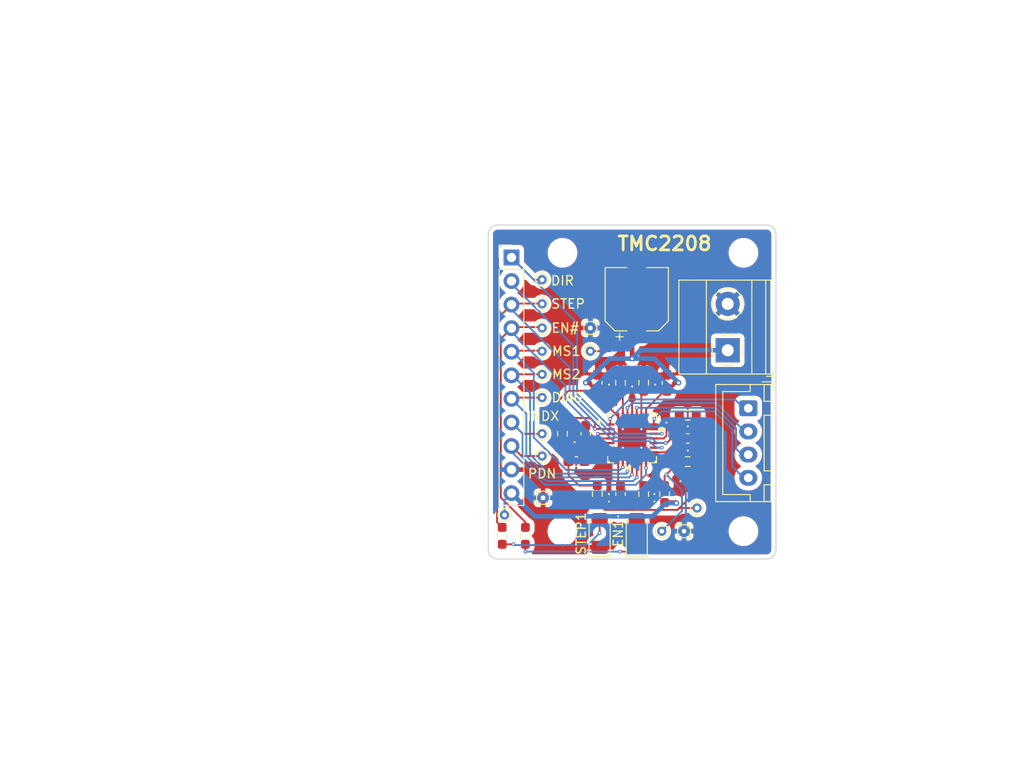
<source format=kicad_pcb>
(kicad_pcb (version 20211014) (generator pcbnew)
  (layers (0 "F.Cu" signal) (31 "B.Cu" signal) (34 "B.Paste" user) (35 "F.Paste" user) (36 "B.SilkS" user "B.Silkscreen") (37 "F.SilkS" user "F.Silkscreen") (38 "B.Mask" user) (39 "F.Mask" user) (44 "Edge.Cuts" user))
  (net 0 "")
  (net 1 "GND")
  (net 2 "+3V3")
  (net 3 "/VCC_IO")
  (net 4 "+5V")
  (net 5 "/CPI")
  (net 6 "/CPO")
  (net 7 "/VCP")
  (net 8 "/VS")
  (net 9 "/EN#")
  (net 10 "/DIR")
  (net 11 "/MS1")
  (net 12 "/MS2")
  (net 13 "/STEP")
  (net 14 "/DIAG")
  (net 15 "/INDEX")
  (net 16 "/PDN_UART")
  (net 17 "/OA1")
  (net 18 "/OA2")
  (net 19 "/OB1")
  (net 20 "/OB2")
  (net 21 "/BRB")
  (net 22 "/BRA")
  (net 23 "/VREF")
  (net 24 "/CLK")
  (net 25 "Net-(STEP1-Pad2)")
  (net 26 "Net-(EN1-Pad1)")
  (footprint "TestPoint:TestPoint_THTPad_D1.0mm_Drill0.5mm" (layer "F.Cu") (at 147.3 43.9)
    (fp_text reference "TP2" hide)
    (fp_text value "DIR" (at 2.2 0.1) (layer "F.SilkS"))
    (pad "1" thru_hole circle (at 0 0) (size 1 1) (drill 0.5) (layers *.Cu *.Mask) (net 10 "/DIR"))
  )
  (footprint "TestPoint:TestPoint_THTPad_1.0x1.0mm_Drill0.5mm" (layer "F.Cu") (at 152.5 49.1)
    (fp_text reference "TP20" hide)
    (fp_text value "TestPoint")
    (pad "1" thru_hole rect (at 0 0) (size 1 1) (drill 0.5) (layers *.Cu *.Mask) (net 1 "GND"))
  )
  (footprint "MountingHole:MountingHole_2.2mm_M2" (layer "F.Cu") (at 149.5 71)
    (fp_text reference "H2" hide)
    (fp_text value "MountingHole")
    (pad "" np_thru_hole circle (at 0 0) (size 2.2 2.2) (drill 2.2) (layers *.Cu *.Mask))
  )
  (footprint "Capacitor_SMD:C_0603_1608Metric_Pad1.08x0.95mm_HandSolder" (layer "F.Cu") (at 163 61)
    (fp_text reference "C4" hide)
    (fp_text value "100n")
    (pad "1" smd roundrect (at -0.8625 0) (size 1.075 0.95) (layers "F.Cu" "F.Paste" "F.Mask") (net 3 "/VCC_IO"))
    (pad "2" smd roundrect (at 0.8625 0) (size 1.075 0.95) (layers "F.Cu" "F.Paste" "F.Mask") (net 1 "GND"))
  )
  (footprint "TestPoint:TestPoint_THTPad_D1.0mm_Drill0.5mm" (layer "F.Cu") (at 164 68.5)
    (fp_text reference "TP15" hide)
    (fp_text value "TestPoint")
    (pad "1" thru_hole circle (at 0 0) (size 1 1) (drill 0.5) (layers *.Cu *.Mask) (net 4 "+5V"))
  )
  (footprint "TestPoint:TestPoint_THTPad_D1.0mm_Drill0.5mm" (layer "F.Cu") (at 147.3 54.1)
    (fp_text reference "TP4" hide)
    (fp_text value "MS2" (at 2.6 0) (layer "F.SilkS"))
    (pad "1" thru_hole circle (at 0 0) (size 1 1) (drill 0.5) (layers *.Cu *.Mask) (net 12 "/MS2"))
  )
  (footprint "Connector_JST:JST_XH_B4B-XH-A_1x04_P2.50mm_Vertical" (layer "F.Cu") (at 169.525 57.75 -90)
    (fp_text reference "J3" hide)
    (fp_text value "Conn_01x04")
    (pad "1" thru_hole roundrect (at 0 0 270) (size 1.7 1.95) (drill 0.95) (layers *.Cu *.Mask) (roundrect_rratio 0.1470588235) (net 20 "/OB2"))
    (pad "2" thru_hole oval (at 2.5 0 270) (size 1.7 1.95) (drill 0.95) (layers *.Cu *.Mask) (net 19 "/OB1"))
    (pad "3" thru_hole oval (at 5 0 270) (size 1.7 1.95) (drill 0.95) (layers *.Cu *.Mask) (net 17 "/OA1"))
    (pad "4" thru_hole oval (at 7.5 0 270) (size 1.7 1.95) (drill 0.95) (layers *.Cu *.Mask) (net 18 "/OA2"))
  )
  (footprint "TestPoint:TestPoint_THTPad_D1.0mm_Drill0.5mm" (layer "F.Cu") (at 147.3 56.6)
    (fp_text reference "TP6" hide)
    (fp_text value "DIAG" (at 2.7 0) (layer "F.SilkS"))
    (pad "1" thru_hole circle (at 0 0) (size 1 1) (drill 0.5) (layers *.Cu *.Mask) (net 14 "/DIAG"))
  )
  (footprint "TestPoint:TestPoint_THTPad_1.0x1.0mm_Drill0.5mm" (layer "F.Cu") (at 162.6 71)
    (fp_text reference "TP19" hide)
    (fp_text value "TestPoint")
    (pad "1" thru_hole rect (at 0 0) (size 1 1) (drill 0.5) (layers *.Cu *.Mask) (net 1 "GND"))
  )
  (footprint "Resistor_SMD:R_0603_1608Metric_Pad0.98x0.95mm_HandSolder" (layer "F.Cu") (at 160.5 67 -90)
    (fp_text reference "R6" hide)
    (fp_text value "0")
    (pad "1" smd roundrect (at -0.9125 0 270) (size 0.975 0.95) (layers "F.Cu" "F.Paste" "F.Mask") (net 3 "/VCC_IO"))
    (pad "2" smd roundrect (at 0.9125 0 270) (size 0.975 0.95) (layers "F.Cu" "F.Paste" "F.Mask") (net 2 "+3V3"))
  )
  (footprint "Capacitor_SMD:C_0603_1608Metric_Pad1.08x0.95mm_HandSolder" (layer "F.Cu") (at 155.75 67 -90)
    (fp_text reference "C1" hide)
    (fp_text value "2.2u")
    (pad "1" smd roundrect (at -0.8625 0 270) (size 1.075 0.95) (layers "F.Cu" "F.Paste" "F.Mask") (net 4 "+5V"))
    (pad "2" smd roundrect (at 0.8625 0 270) (size 1.075 0.95) (layers "F.Cu" "F.Paste" "F.Mask") (net 1 "GND"))
  )
  (footprint "LED_SMD:LED_1206_3216Metric_Pad1.42x1.75mm_HandSolder" (layer "F.Cu") (at 153.5 71.25 90)
    (fp_text reference "STEP1" (at 0 -2 90) (layer "F.SilkS"))
    (fp_text value "GREEN")
    (pad "1" smd roundrect (at -1.4875 0 90) (size 1.425 1.75) (layers "F.Cu" "F.Paste" "F.Mask") (roundrect_rratio 0.1754392982) (net 1 "GND"))
    (pad "2" smd roundrect (at 1.4875 0 90) (size 1.425 1.75) (layers "F.Cu" "F.Paste" "F.Mask") (roundrect_rratio 0.1754392982) (net 25 "Net-(STEP1-Pad2)"))
  )
  (footprint "MountingHole:MountingHole_2.2mm_M2" (layer "F.Cu") (at 149.5 41)
    (fp_text reference "H1" hide)
    (fp_text value "MountingHole")
    (pad "" np_thru_hole circle (at 0 0) (size 2.2 2.2) (drill 2.2) (layers *.Cu *.Mask))
  )
  (footprint "TestPoint:TestPoint_THTPad_D1.0mm_Drill0.5mm" (layer "F.Cu") (at 147.3 49.1)
    (fp_text reference "TP1" hide)
    (fp_text value "EN#" (at 2.5 0) (layer "F.SilkS"))
    (pad "1" thru_hole circle (at 0 0) (size 1 1) (drill 0.5) (layers *.Cu *.Mask) (net 9 "/EN#"))
  )
  (footprint "TMC2208-LA:TMC2208-LA" (layer "F.Cu") (at 157 61)
    (fp_text reference "U1")
    (fp_text value "TMC2208-LA" hide)
    (fp_text user "*" (at -3.5893 -1.5) (layer "F.SilkS"))
    (pad "1" smd rect (at -2.3471 -1.5 90) (size 0.2548 0.909599) (layers "F.Cu" "F.Paste" "F.Mask") (net 20 "/OB2"))
    (pad "2" smd rect (at -2.3471 -1.000001 90) (size 0.2548 0.909599) (layers "F.Cu" "F.Paste" "F.Mask") (net 9 "/EN#"))
    (pad "3" smd rect (at -2.3471 -0.499999 90) (size 0.2548 0.909599) (layers "F.Cu" "F.Paste" "F.Mask") (net 1 "GND"))
    (pad "4" smd rect (at -2.3471 0 90) (size 0.2548 0.909599) (layers "F.Cu" "F.Paste" "F.Mask") (net 6 "/CPO"))
    (pad "5" smd rect (at -2.3471 0.499999 90) (size 0.2548 0.909599) (layers "F.Cu" "F.Paste" "F.Mask") (net 5 "/CPI"))
    (pad "6" smd rect (at -2.3471 1.000001 90) (size 0.2548 0.909599) (layers "F.Cu" "F.Paste" "F.Mask") (net 7 "/VCP"))
    (pad "7" smd rect (at -2.3471 1.5 90) (size 0.2548 0.909599) (layers "F.Cu" "F.Paste" "F.Mask") (net 1 "GND"))
    (pad "8" smd rect (at -1.5 2.3471) (size 0.2548 0.909599) (layers "F.Cu" "F.Paste" "F.Mask") (net 4 "+5V"))
    (pad "9" smd rect (at -1.000001 2.3471) (size 0.2548 0.909599) (layers "F.Cu" "F.Paste" "F.Mask") (net 11 "/MS1"))
    (pad "10" smd rect (at -0.499999 2.3471) (size 0.2548 0.909599) (layers "F.Cu" "F.Paste" "F.Mask") (net 12 "/MS2"))
    (pad "11" smd rect (at 0 2.3471) (size 0.2548 0.909599) (layers "F.Cu" "F.Paste" "F.Mask") (net 14 "/DIAG"))
    (pad "12" smd rect (at 0.499999 2.3471) (size 0.2548 0.909599) (layers "F.Cu" "F.Paste" "F.Mask") (net 15 "/INDEX"))
    (pad "13" smd rect (at 1.000001 2.3471) (size 0.2548 0.909599) (layers "F.Cu" "F.Paste" "F.Mask") (net 24 "/CLK"))
    (pad "14" smd rect (at 1.5 2.3471) (size 0.2548 0.909599) (layers "F.Cu" "F.Paste" "F.Mask") (net 16 "/PDN_UART"))
    (pad "15" smd rect (at 2.3471 1.5 90) (size 0.2548 0.909599) (layers "F.Cu" "F.Paste" "F.Mask") (net 3 "/VCC_IO"))
    (pad "16" smd rect (at 2.3471 1.000001 90) (size 0.2548 0.909599) (layers "F.Cu" "F.Paste" "F.Mask") (net 13 "/STEP"))
    (pad "17" smd rect (at 2.3471 0.499999 90) (size 0.2548 0.909599) (layers "F.Cu" "F.Paste" "F.Mask") (net 23 "/VREF"))
    (pad "18" smd rect (at 2.3471 0 90) (size 0.2548 0.909599) (layers "F.Cu" "F.Paste" "F.Mask") (net 1 "GND"))
    (pad "19" smd rect (at 2.3471 -0.499999 90) (size 0.2548 0.909599) (layers "F.Cu" "F.Paste" "F.Mask") (net 10 "/DIR"))
    (pad "20" smd rect (at 2.3471 -1.000001 90) (size 0.2548 0.909599) (layers "F.Cu" "F.Paste" "F.Mask") (net 1 "GND"))
    (pad "21" smd rect (at 2.3471 -1.5 90) (size 0.2548 0.909599) (layers "F.Cu" "F.Paste" "F.Mask") (net 18 "/OA2"))
    (pad "22" smd rect (at 1.5 -2.3471) (size 0.2548 0.909599) (layers "F.Cu" "F.Paste" "F.Mask") (net 8 "/VS"))
    (pad "23" smd rect (at 1.000001 -2.3471) (size 0.2548 0.909599) (layers "F.Cu" "F.Paste" "F.Mask") (net 22 "/BRA"))
    (pad "24" smd rect (at 0.499999 -2.3471) (size 0.2548 0.909599) (layers "F.Cu" "F.Paste" "F.Mask") (net 17 "/OA1"))
    (pad "25" smd rect (at 0 -2.3471) (size 0.2548 0.909599) (layers "F.Cu" "F.Paste" "F.Mask") (net 1 "GND"))
    (pad "26" smd rect (at -0.499999 -2.3471) (size 0.2548 0.909599) (layers "F.Cu" "F.Paste" "F.Mask") (net 19 "/OB1"))
    (pad "27" smd rect (at -1.000001 -2.3471) (size 0.2548 0.909599) (layers "F.Cu" "F.Paste" "F.Mask") (net 21 "/BRB"))
    (pad "28" smd rect (at -1.5 -2.3471) (size 0.2548 0.909599) (layers "F.Cu" "F.Paste" "F.Mask") (net 8 "/VS"))
    (pad "29" smd rect (at 0 0) (size 3.0988 3.0988) (layers "F.Cu" "F.Paste" "F.Mask") (net 1 "GND"))
  )
  (footprint "Resistor_SMD:R_0603_1608Metric_Pad0.98x0.95mm_HandSolder" (layer "F.Cu") (at 158.25 55 -90)
    (fp_text reference "R3" hide)
    (fp_text value "0.75")
    (pad "1" smd roundrect (at -0.9125 0 270) (size 0.975 0.95) (layers "F.Cu" "F.Paste" "F.Mask") (net 1 "GND"))
    (pad "2" smd roundrect (at 0.9125 0 270) (size 0.975 0.95) (layers "F.Cu" "F.Paste" "F.Mask") (net 22 "/BRA"))
  )
  (footprint "Resistor_SMD:R_0603_1608Metric_Pad0.98x0.95mm_HandSolder" (layer "F.Cu") (at 153.25 67 -90)
    (fp_text reference "R8" hide)
    (fp_text value "0")
    (pad "1" smd roundrect (at -0.9125 0 270) (size 0.975 0.95) (layers "F.Cu" "F.Paste" "F.Mask") (net 8 "/VS"))
    (pad "2" smd roundrect (at 0.9125 0 270) (size 0.975 0.95) (layers "F.Cu" "F.Paste" "F.Mask") (net 4 "+5V"))
  )
  (footprint "Capacitor_SMD:C_0603_1608Metric_Pad1.08x0.95mm_HandSolder" (layer "F.Cu") (at 153.25 55 90)
    (fp_text reference "C5" hide)
    (fp_text value "100n")
    (pad "1" smd roundrect (at -0.8625 0 90) (size 1.075 0.95) (layers "F.Cu" "F.Paste" "F.Mask") (net 8 "/VS"))
    (pad "2" smd roundrect (at 0.8625 0 90) (size 1.075 0.95) (layers "F.Cu" "F.Paste" "F.Mask") (net 1 "GND"))
  )
  (footprint "LED_SMD:LED_1206_3216Metric_Pad1.42x1.75mm_HandSolder" (layer "F.Cu") (at 157.5 71.25 90)
    (fp_text reference "EN1" (at 0 -2 90) (layer "F.SilkS"))
    (fp_text value "RED")
    (pad "1" smd roundrect (at -1.4875 0 90) (size 1.425 1.75) (layers "F.Cu" "F.Paste" "F.Mask") (roundrect_rratio 0.1754392982) (net 26 "Net-(EN1-Pad1)"))
    (pad "2" smd roundrect (at 1.4875 0 90) (size 1.425 1.75) (layers "F.Cu" "F.Paste" "F.Mask") (roundrect_rratio 0.1754392982) (net 2 "+3V3"))
  )
  (footprint "Connector_PinHeader_2.54mm:PinHeader_1x11_P2.54mm_Vertical" (layer "F.Cu") (at 144 41.5)
    (fp_text reference "J1" hide)
    (fp_text value "Conn_01x11")
    (pad "1" thru_hole rect (at 0 0) (size 1.7 1.7) (drill 1) (layers *.Cu *.Mask) (net 10 "/DIR"))
    (pad "2" thru_hole oval (at 0 2.54) (size 1.7 1.7) (drill 1) (layers *.Cu *.Mask) (net 23 "/VREF"))
    (pad "3" thru_hole oval (at 0 5.08) (size 1.7 1.7) (drill 1) (layers *.Cu *.Mask) (net 13 "/STEP"))
    (pad "4" thru_hole oval (at 0 7.62) (size 1.7 1.7) (drill 1) (layers *.Cu *.Mask) (net 9 "/EN#"))
    (pad "5" thru_hole oval (at 0 10.16) (size 1.7 1.7) (drill 1) (layers *.Cu *.Mask) (net 11 "/MS1"))
    (pad "6" thru_hole oval (at 0 12.7) (size 1.7 1.7) (drill 1) (layers *.Cu *.Mask) (net 12 "/MS2"))
    (pad "7" thru_hole oval (at 0 15.24) (size 1.7 1.7) (drill 1) (layers *.Cu *.Mask) (net 14 "/DIAG"))
    (pad "8" thru_hole oval (at 0 17.78) (size 1.7 1.7) (drill 1) (layers *.Cu *.Mask) (net 15 "/INDEX"))
    (pad "9" thru_hole oval (at 0 20.32) (size 1.7 1.7) (drill 1) (layers *.Cu *.Mask) (net 16 "/PDN_UART"))
    (pad "10" thru_hole oval (at 0 22.86) (size 1.7 1.7) (drill 1) (layers *.Cu *.Mask) (net 1 "GND"))
    (pad "11" thru_hole oval (at 0 25.4) (size 1.7 1.7) (drill 1) (layers *.Cu *.Mask) (net 2 "+3V3"))
  )
  (footprint "Resistor_SMD:R_0603_1608Metric_Pad0.98x0.95mm_HandSolder" (layer "F.Cu") (at 143 71.5 -90)
    (fp_text reference "R10" hide)
    (fp_text value "100")
    (pad "1" smd roundrect (at -0.9125 0 270) (size 0.975 0.95) (layers "F.Cu" "F.Paste" "F.Mask") (net 13 "/STEP"))
    (pad "2" smd roundrect (at 0.9125 0 270) (size 0.975 0.95) (layers "F.Cu" "F.Paste" "F.Mask") (net 25 "Net-(STEP1-Pad2)"))
  )
  (footprint "TestPoint:TestPoint_THTPad_D1.0mm_Drill0.5mm" (layer "F.Cu") (at 147.3 60.5)
    (fp_text reference "TP7" hide)
    (fp_text value "INDX" (at 0.1 -1.9) (layer "F.SilkS"))
    (pad "1" thru_hole circle (at 0 0) (size 1 1) (drill 0.5) (layers *.Cu *.Mask) (net 15 "/INDEX"))
  )
  (footprint "Resistor_SMD:R_0603_1608Metric_Pad0.98x0.95mm_HandSolder" (layer "F.Cu") (at 155.75 55 90)
    (fp_text reference "R2" hide)
    (fp_text value "0.75")
    (pad "1" smd roundrect (at -0.9125 0 90) (size 0.975 0.95) (layers "F.Cu" "F.Paste" "F.Mask") (net 21 "/BRB"))
    (pad "2" smd roundrect (at 0.9125 0 90) (size 0.975 0.95) (layers "F.Cu" "F.Paste" "F.Mask") (net 1 "GND"))
  )
  (footprint "Capacitor_SMD:C_0603_1608Metric_Pad1.08x0.95mm_HandSolder" (layer "F.Cu") (at 151 63.5 180)
    (fp_text reference "C3" hide)
    (fp_text value "100n")
    (pad "1" smd roundrect (at -0.8625 0 180) (size 1.075 0.95) (layers "F.Cu" "F.Paste" "F.Mask") (net 7 "/VCP"))
    (pad "2" smd roundrect (at 0.8625 0 180) (size 1.075 0.95) (layers "F.Cu" "F.Paste" "F.Mask") (net 8 "/VS"))
  )
  (footprint "TestPoint:TestPoint_THTPad_D1.0mm_Drill0.5mm" (layer "F.Cu") (at 147.3 46.5)
    (fp_text reference "TP5" hide)
    (fp_text value "STEP" (at 2.8 0) (layer "F.SilkS"))
    (pad "1" thru_hole circle (at 0 0) (size 1 1) (drill 0.5) (layers *.Cu *.Mask) (net 13 "/STEP"))
  )
  (footprint "Resistor_SMD:R_0603_1608Metric_Pad0.98x0.95mm_HandSolder" (layer "F.Cu") (at 149.5 60.5 90)
    (fp_text reference "R1" hide)
    (fp_text value "0")
    (pad "1" smd roundrect (at -0.9125 0 90) (size 0.975 0.95) (layers "F.Cu" "F.Paste" "F.Mask") (net 1 "GND"))
    (pad "2" smd roundrect (at 0.9125 0 90) (size 0.975 0.95) (layers "F.Cu" "F.Paste" "F.Mask") (net 9 "/EN#"))
  )
  (footprint "Resistor_SMD:R_0603_1608Metric_Pad0.98x0.95mm_HandSolder" (layer "F.Cu") (at 158.25 67 90)
    (fp_text reference "R7" hide)
    (fp_text value "0")
    (pad "1" smd roundrect (at -0.9125 0 90) (size 0.975 0.95) (layers "F.Cu" "F.Paste" "F.Mask") (net 1 "GND"))
    (pad "2" smd roundrect (at 0.9125 0 90) (size 0.975 0.95) (layers "F.Cu" "F.Paste" "F.Mask") (net 24 "/CLK"))
  )
  (footprint "MountingHole:MountingHole_2.2mm_M2" (layer "F.Cu") (at 169 41)
    (fp_text reference "H4" hide)
    (fp_text value "MountingHole")
    (pad "" np_thru_hole circle (at 0 0) (size 2.2 2.2) (drill 2.2) (layers *.Cu *.Mask))
  )
  (footprint "Capacitor_SMD:C_0603_1608Metric_Pad1.08x0.95mm_HandSolder" (layer "F.Cu") (at 152 60.5 90)
    (fp_text reference "C2" hide)
    (fp_text value "22n")
    (pad "1" smd roundrect (at -0.8625 0 90) (size 1.075 0.95) (layers "F.Cu" "F.Paste" "F.Mask") (net 5 "/CPI"))
    (pad "2" smd roundrect (at 0.8625 0 90) (size 1.075 0.95) (layers "F.Cu" "F.Paste" "F.Mask") (net 6 "/CPO"))
  )
  (footprint "TerminalBlock_Phoenix:TerminalBlock_Phoenix_MKDS-1,5-2_1x02_P5.00mm_Horizontal" (layer "F.Cu") (at 167.305 51.5 90)
    (fp_text reference "J4" hide)
    (fp_text value "Conn_01x02")
    (pad "1" thru_hole rect (at 0 0 90) (size 2.6 2.6) (drill 1.3) (layers *.Cu *.Mask) (net 8 "/VS"))
    (pad "2" thru_hole circle (at 5 0 90) (size 2.6 2.6) (drill 1.3) (layers *.Cu *.Mask) (net 1 "GND"))
  )
  (footprint "TestPoint:TestPoint_THTPad_D1.0mm_Drill0.5mm" (layer "F.Cu") (at 147.3 51.6)
    (fp_text reference "TP3" hide)
    (fp_text value "MS1" (at 2.6 0) (layer "F.SilkS"))
    (pad "1" thru_hole circle (at 0 0) (size 1 1) (drill 0.5) (layers *.Cu *.Mask) (net 11 "/MS1"))
  )
  (footprint "Capacitor_SMD:CP_Elec_6.3x5.4" (layer "F.Cu") (at 157.5 46 90)
    (fp_text reference "C7" hide)
    (fp_text value "100u")
    (pad "1" smd roundrect (at -2.8 0 90) (size 3.5 1.6) (layers "F.Cu" "F.Paste" "F.Mask") (roundrect_rratio 0.15625) (net 8 "/VS"))
    (pad "2" smd roundrect (at 2.8 0 90) (size 3.5 1.6) (layers "F.Cu" "F.Paste" "F.Mask") (roundrect_rratio 0.15625) (net 1 "GND"))
  )
  (footprint "Capacitor_SMD:C_0603_1608Metric_Pad1.08x0.95mm_HandSolder" (layer "F.Cu") (at 160.75 55 90)
    (fp_text reference "C6" hide)
    (fp_text value "100n")
    (pad "1" smd roundrect (at -0.8625 0 90) (size 1.075 0.95) (layers "F.Cu" "F.Paste" "F.Mask") (net 8 "/VS"))
    (pad "2" smd roundrect (at 0.8625 0 90) (size 1.075 0.95) (layers "F.Cu" "F.Paste" "F.Mask") (net 1 "GND"))
  )
  (footprint "TestPoint:TestPoint_THTPad_D1.0mm_Drill0.5mm" (layer "F.Cu") (at 152.5 51.6)
    (fp_text reference "TP14" hide)
    (fp_text value "TestPoint")
    (pad "1" thru_hole circle (at 0 0) (size 1 1) (drill 0.5) (layers *.Cu *.Mask) (net 8 "/VS"))
  )
  (footprint "Resistor_SMD:R_0603_1608Metric_Pad0.98x0.95mm_HandSolder" (layer "F.Cu") (at 163 58.5 180)
    (fp_text reference "R5" hide)
    (fp_text value "33k")
    (pad "1" smd roundrect (at -0.9125 0 180) (size 0.975 0.95) (layers "F.Cu" "F.Paste" "F.Mask") (net 4 "+5V"))
    (pad "2" smd roundrect (at 0.9125 0 180) (size 0.975 0.95) (layers "F.Cu" "F.Paste" "F.Mask") (net 23 "/VREF"))
  )
  (footprint "MountingHole:MountingHole_2.2mm_M2" (layer "F.Cu") (at 169 71)
    (fp_text reference "H3" hide)
    (fp_text value "MountingHole")
    (pad "" np_thru_hole circle (at 0 0) (size 2.2 2.2) (drill 2.2) (layers *.Cu *.Mask))
  )
  (footprint "TestPoint:TestPoint_THTPad_D1.0mm_Drill0.5mm" (layer "F.Cu") (at 160.2 71)
    (fp_text reference "TP12" hide)
    (fp_text value "TestPoint")
    (pad "1" thru_hole circle (at 0 0) (size 1 1) (drill 0.5) (layers *.Cu *.Mask) (net 3 "/VCC_IO"))
  )
  (footprint "Fiducial:Fiducial_0.5mm_Mask1.5mm" (layer "F.Cu") (at 153.5 41)
    (fp_text reference "FID1" hide)
    (fp_text value "Fiducial")
    (pad "" smd circle (at 0 0) (size 0.5 0.5) (layers "F.Cu" "F.Mask") (clearance 0.5))
  )
  (footprint "TestPoint:TestPoint_THTPad_1.0x1.0mm_Drill0.5mm" (layer "F.Cu") (at 147.4 67.4)
    (fp_text reference "TP18" hide)
    (fp_text value "TestPoint")
    (pad "1" thru_hole rect (at 0 0) (size 1 1) (drill 0.5) (layers *.Cu *.Mask) (net 1 "GND"))
  )
  (footprint "Fiducial:Fiducial_0.5mm_Mask1.5mm" (layer "F.Cu") (at 165 71)
    (fp_text reference "FID2" hide)
    (fp_text value "Fiducial")
    (pad "" smd circle (at 0 0) (size 0.5 0.5) (layers "F.Cu" "F.Mask") (clearance 0.5))
  )
  (footprint "Resistor_SMD:R_0603_1608Metric_Pad0.98x0.95mm_HandSolder" (layer "F.Cu") (at 163 63.5)
    (fp_text reference "R4" hide)
    (fp_text value "0")
    (pad "1" smd roundrect (at -0.9125 0) (size 0.975 0.95) (layers "F.Cu" "F.Paste" "F.Mask") (net 3 "/VCC_IO"))
    (pad "2" smd roundrect (at 0.9125 0) (size 0.975 0.95) (layers "F.Cu" "F.Paste" "F.Mask") (net 4 "+5V"))
  )
  (footprint "TestPoint:TestPoint_THTPad_D1.0mm_Drill0.5mm" (layer "F.Cu") (at 143.25 69.25)
    (fp_text reference "TP16" hide)
    (fp_text value "TestPoint")
    (pad "1" thru_hole circle (at 0 0) (size 1 1) (drill 0.5) (layers *.Cu *.Mask) (net 2 "+3V3"))
  )
  (footprint "Resistor_SMD:R_0603_1608Metric_Pad0.98x0.95mm_HandSolder" (layer "F.Cu") (at 145.5 71.5 90)
    (fp_text reference "R9" hide)
    (fp_text value "100")
    (pad "1" smd roundrect (at -0.9125 0 90) (size 0.975 0.95) (layers "F.Cu" "F.Paste" "F.Mask") (net 26 "Net-(EN1-Pad1)"))
    (pad "2" smd roundrect (at 0.9125 0 90) (size 0.975 0.95) (layers "F.Cu" "F.Paste" "F.Mask") (net 9 "/EN#"))
  )
  (footprint "TestPoint:TestPoint_THTPad_D1.0mm_Drill0.5mm" (layer "F.Cu") (at 147.3 62.9)
    (fp_text reference "TP8" hide)
    (fp_text value "PDN" (at 0 1.9) (layer "F.SilkS"))
    (pad "1" thru_hole circle (at 0 0) (size 1 1) (drill 0.5) (layers *.Cu *.Mask) (net 16 "/PDN_UART"))
  )
  (gr_line (start 141.5 73) (end 141.5 39) (layer "Edge.Cuts") (width 0.1))
  (gr_arc (start 141.5 39) (mid 141.792893 38.292893) (end 142.5 38) (layer "Edge.Cuts") (width 0.1))
  (gr_arc (start 171.5 38) (mid 172.207107 38.292893) (end 172.5 39) (layer "Edge.Cuts") (width 0.1))
  (gr_line (start 171.5 74) (end 142.5 74) (layer "Edge.Cuts") (width 0.1))
  (gr_line (start 172.5 39) (end 172.5 73) (layer "Edge.Cuts") (width 0.1))
  (gr_line (start 157 38) (end 142.5 38) (layer "Edge.Cuts") (width 0.1))
  (gr_line (start 157 38) (end 171.5 38) (layer "Edge.Cuts") (width 0.1))
  (gr_arc (start 142.5 74) (mid 141.792893 73.707107) (end 141.5 73) (layer "Edge.Cuts") (width 0.1))
  (gr_arc (start 172.5 73) (mid 172.207107 73.707107) (end 171.5 74) (layer "Edge.Cuts") (width 0.1))
  (gr_text "TMC2208" (at 160.5 40) (layer "F.SilkS") (effects (font (size 1.5 1.5) (thickness 0.3))))
  (segment (start 154.6529 60.500001) (end 153.3 60.5) (width 0.2) (layer "F.Cu") (net 1))
  (segment (start 160.407107 61) (end 160.7 60.707107) (width 0.2) (layer "F.Cu") (net 1))
  (segment (start 150.975 64.575) (end 151.4 65) (width 0.2) (layer "F.Cu") (net 1))
  (segment (start 155.5 62.5) (end 154.6529 62.5) (width 0.2) (layer "F.Cu") (net 1))
  (segment (start 160.7 60.707107) (end 160.7 59.3) (width 0.2) (layer "F.Cu") (net 1))
  (segment (start 157 61) (end 156.500001 60.500001) (width 0.2) (layer "F.Cu") (net 1))
  (segment (start 154.6529 63.3471) (end 154.5 63.5) (width 0.2) (layer "F.Cu") (net 1))
  (segment (start 163 64.83514) (end 163 62.3) (width 0.2) (layer "F.Cu") (net 1))
  (segment (start 156.500001 60.500001) (end 154.6529 60.500001) (width 0.2) (layer "F.Cu") (net 1))
  (segment (start 157 61) (end 157 58.6529) (width 0.2) (layer "F.Cu") (net 1))
  (segment (start 162.21757 65.61757) (end 163 64.83514) (width 0.2) (layer "F.Cu") (net 1))
  (segment (start 154.6529 62.5) (end 154.6529 63.3471) (width 0.2) (layer "F.Cu") (net 1))
  (segment (start 150.975 61.575) (end 150.975 64.575) (width 0.2) (layer "F.Cu") (net 1))
  (segment (start 163 59.7) (end 163 57.4) (width 0.2) (layer "F.Cu") (net 1))
  (segment (start 159.4 67) (end 160.83514 67) (width 0.2) (layer "F.Cu") (net 1))
  (segment (start 160.83514 67) (end 162.21757 65.61757) (width 0.2) (layer "F.Cu") (net 1))
  (segment (start 157 58.6529) (end 157 55.4) (width 0.2) (layer "F.Cu") (net 1))
  (segment (start 150.8 61.4) (end 150.975 61.575) (width 0.2) (layer "F.Cu") (net 1))
  (segment (start 157 61) (end 159.3471 61) (width 0.2) (layer "F.Cu") (net 1))
  (segment (start 158 60) (end 159.3471 59.999999) (width 0.2) (layer "F.Cu") (net 1))
  (segment (start 159.3471 61) (end 160.407107 61) (width 0.2) (layer "F.Cu") (net 1))
  (segment (start 156 62) (end 155.5 62.5) (width 0.2) (layer "F.Cu") (net 1))
  (segment (start 154.5 67) (end 152.2 67) (width 0.2) (layer "F.Cu") (net 1))
  (via (at 153.3 60.5) (size 0.4) (drill 0.2) (layers "F.Cu" "B.Cu") (net 1))
  (via (at 159.5 63.5) (size 0.4) (drill 0.2) (layers "F.Cu" "B.Cu") (net 1))
  (via (at 156 60) (size 0.4) (drill 0.2) (layers "F.Cu" "B.Cu") (net 1))
  (via (at 158 62) (size 0.4) (drill 0.2) (layers "F.Cu" "B.Cu") (net 1))
  (via (at 162.21757 65.61757) (size 0.4) (drill 0.2) (layers "F.Cu" "B.Cu") (net 1))
  (via (at 154.5 67.8) (size 0.4) (drill 0.2) (layers "F.Cu" "B.Cu") (net 1))
  (via (at 159.4 67.8) (size 0.4) (drill 0.2) (layers "F.Cu" "B.Cu") (net 1))
  (via (at 163 59.7) (size 0.4) (drill 0.2) (layers "F.Cu" "B.Cu") (net 1))
  (via (at 163 62.3) (size 0.4) (drill 0.2) (layers "F.Cu" "B.Cu") (net 1))
  (via (at 158 60) (size 0.4) (drill 0.2) (layers "F.Cu" "B.Cu") (net 1))
  (via (at 154.5 55.2) (size 0.4) (drill 0.2) (layers "F.Cu" "B.Cu") (net 1))
  (via (at 156 62) (size 0.4) (drill 0.2) (layers "F.Cu" "B.Cu") (net 1))
  (via (at 150.8 61.4) (size 0.4) (drill 0.2) (layers "F.Cu" "B.Cu") (net 1))
  (via (at 159.5 55.2) (size 0.4) (drill 0.2) (layers "F.Cu" "B.Cu") (net 1))
  (via (at 157 55.4) (size 0.4) (drill 0.2) (layers "F.Cu" "B.Cu") (net 1))
  (via (at 160.7 59.3) (size 0.4) (drill 0.2) (layers "F.Cu" "B.Cu") (net 1))
  (via (at 154.5 63.5) (size 0.4) (drill 0.2) (layers "F.Cu" "B.Cu") (net 1))
  (via (at 159.4 67) (size 0.4) (drill 0.2) (layers "F.Cu" "B.Cu") (net 1))
  (via (at 154.5 67) (size 0.4) (drill 0.2) (layers "F.Cu" "B.Cu") (net 1))
  (segment (start 162.8 70.8) (end 162.8 66.2) (width 0.2) (layer "B.Cu") (net 1))
  (segment (start 156 60) (end 156 59.5) (width 0.2) (layer "B.Cu") (net 1))
  (segment (start 162.8 66.2) (end 162.21757 65.61757) (width 0.2) (layer "B.Cu") (net 1))
  (segment (start 162.6 71) (end 162.8 70.8) (width 0.2) (layer "B.Cu") (net 1))
  (segment (start 158 60) (end 158 59.5) (width 0.2) (layer "B.Cu") (net 1))
  (segment (start 161.776089 67.976089) (end 161.7125 67.9125) (width 0.5) (layer "F.Cu") (net 2))
  (segment (start 157.137499 69.399999) (end 155.500001 69.399999) (width 0.2) (layer "F.Cu") (net 2))
  (segment (start 157.5 69.7625) (end 157.137499 69.399999) (width 0.2) (layer "F.Cu") (net 2))
  (segment (start 161.7125 67.9125) (end 160.5 67.9125) (width 0.5) (layer "F.Cu") (net 2))
  (via (at 155.500001 69.399999) (size 0.4) (drill 0.2) (layers "F.Cu" "B.Cu") (net 2))
  (via (at 161.776089 67.976089) (size 0.6) (drill 0.3) (layers "F.Cu" "B.Cu") (net 2))
  (segment (start 160.623911 67.976089) (end 159.200001 69.399999) (width 0.5) (layer "B.Cu") (net 2))
  (segment (start 146.499999 69.399999) (end 144 66.9) (width 0.5) (layer "B.Cu") (net 2))
  (segment (start 143.25 67.65) (end 144 66.9) (width 0.2) (layer "B.Cu") (net 2))
  (segment (start 161.776089 67.976089) (end 160.623911 67.976089) (width 0.5) (layer "B.Cu") (net 2))
  (segment (start 159.200001 69.399999) (end 155.500001 69.399999) (width 0.5) (layer "B.Cu") (net 2))
  (segment (start 155.500001 69.399999) (end 146.499999 69.399999) (width 0.5) (layer "B.Cu") (net 2))
  (segment (start 143.25 69.25) (end 143.25 67.65) (width 0.2) (layer "B.Cu") (net 2))
  (segment (start 160.69375 64.89375) (end 162.0875 63.5) (width 0.2) (layer "F.Cu") (net 3))
  (segment (start 159.3471 62.5) (end 160.6375 62.5) (width 0.2) (layer "F.Cu") (net 3))
  (segment (start 162.0875 63.5) (end 162.0875 61.05) (width 0.2) (layer "F.Cu") (net 3))
  (segment (start 160.6375 62.5) (end 162.1375 61) (width 0.2) (layer "F.Cu") (net 3))
  (segment (start 160.5 66.0875) (end 160.5 65.0875) (width 0.2) (layer "F.Cu") (net 3))
  (segment (start 162.0875 61.05) (end 162.1375 61) (width 0.2) (layer "F.Cu") (net 3))
  (segment (start 160.5 65.0875) (end 160.69375 64.89375) (width 0.2) (layer "F.Cu") (net 3))
  (via (at 160.69375 64.89375) (size 0.4) (drill 0.2) (layers "F.Cu" "B.Cu") (net 3))
  (segment (start 160.69375 64.89375) (end 162.376089 66.576089) (width 0.2) (layer "B.Cu") (net 3))
  (segment (start 160.2 71) (end 162.376089 68.823911) (width 0.2) (layer "B.Cu") (net 3))
  (segment (start 162.376089 66.576089) (end 162.376089 68.823911) (width 0.2) (layer "B.Cu") (net 3))
  (segment (start 155.5 65.8875) (end 155.5 63.3471) (width 0.2) (layer "F.Cu") (net 4))
  (segment (start 164.7 59.2875) (end 163.9125 58.5) (width 0.2) (layer "F.Cu") (net 4))
  (segment (start 154.0375 68.7) (end 153.25 67.9125) (width 0.2) (layer "F.Cu") (net 4))
  (segment (start 164 68.5) (end 162.1 68.5) (width 0.2) (layer "F.Cu") (net 4))
  (segment (start 161.9 68.7) (end 157.1 68.7) (width 0.2) (layer "F.Cu") (net 4))
  (segment (start 157.1 67.4875) (end 157.1 68.7) (width 0.2) (layer "F.Cu") (net 4))
  (segment (start 164.7 62.7125) (end 164.7 59.2875) (width 0.2) (layer "F.Cu") (net 4))
  (segment (start 163.9125 63.5) (end 163.9125 66.6875) (width 0.2) (layer "F.Cu") (net 4))
  (segment (start 155.75 66.1375) (end 155.5 65.8875) (width 0.2) (layer "F.Cu") (net 4))
  (segment (start 157.1 68.7) (end 154.0375 68.7) (width 0.2) (layer "F.Cu") (net 4))
  (segment (start 163.9125 66.6875) (end 161.9 68.7) (width 0.2) (layer "F.Cu") (net 4))
  (segment (start 155.75 66.1375) (end 157.1 67.4875) (width 0.2) (layer "F.Cu") (net 4))
  (segment (start 163.9125 63.5) (end 164.7 62.7125) (width 0.2) (layer "F.Cu") (net 4))
  (segment (start 162.1 68.5) (end 161.9 68.7) (width 0.2) (layer "F.Cu") (net 4))
  (segment (start 152.137499 61.499999) (end 154.6529 61.499999) (width 0.2) (layer "F.Cu") (net 5))
  (segment (start 152 61.3625) (end 152.137499 61.499999) (width 0.2) (layer "F.Cu") (net 5))
  (segment (start 153 61) (end 154.6529 61) (width 0.2) (layer "F.Cu") (net 6))
  (segment (start 152 60) (end 153 61) (width 0.2) (layer "F.Cu") (net 6))
  (segment (start 152 59.6375) (end 152 60) (width 0.2) (layer "F.Cu") (net 6))
  (segment (start 153.999999 62.000001) (end 154.6529 62.000001) (width 0.2) (layer "F.Cu") (net 7))
  (segment (start 152.5 63.5) (end 153.999999 62.000001) (width 0.2) (layer "F.Cu") (net 7))
  (segment (start 151.8625 63.5) (end 152.5 63.5) (width 0.2) (layer "F.Cu") (net 7))
  (segment (start 158.5 57.8625) (end 158.5 58.6529) (width 0.2) (layer "F.Cu") (net 8))
  (segment (start 150.1375 63.5) (end 150.1375 63.4375) (width 0.2) (layer "F.Cu") (net 8))
  (segment (start 154.6 51.6) (end 157.4 48.8) (width 0.2) (layer "F.Cu") (net 8))
  (segment (start 157.4 48.8) (end 157.5 48.8) (width 0.2) (layer "F.Cu") (net 8))
  (segment (start 152.5 51.6) (end 154.6 51.6) (width 0.2) (layer "F.Cu") (net 8))
  (segment (start 153 56.1529) (end 155.5 58.6529) (width 0.2) (layer "F.Cu") (net 8))
  (segment (start 157 49.2) (end 157.5 48.7) (width 0.5) (layer "F.Cu") (net 8))
  (segment (start 148.5 57.5) (end 150.1375 55.8625) (width 0.2) (layer "F.Cu") (net 8))
  (segment (start 150.1375 64.9375) (end 151.2875 66.0875) (width 0.2) (layer "F.Cu") (net 8))
  (segment (start 157 52.4) (end 157 49.3) (width 0.5) (layer "F.Cu") (net 8))
  (segment (start 152.3875 55) (end 153.25 55.8625) (width 0.5) (layer "F.Cu") (net 8))
  (segment (start 152 55) (end 152.3875 55) (width 0.5) (layer "F.Cu") (net 8))
  (segment (start 150.1375 55.8625) (end 153.25 55.8625) (width 0.2) (layer "F.Cu") (net 8))
  (segment (start 150.1375 63.5) (end 150.1375 64.9375) (width 0.2) (layer "F.Cu") (net 8))
  (segment (start 153.25 55.8625) (end 153.25 56.1529) (width 0.2) (layer "F.Cu") (net 8))
  (segment (start 150.1375 63.4375) (end 148.5 61.8) (width 0.2) (layer "F.Cu") (net 8))
  (segment (start 151.2875 66.0875) (end 153.25 66.0875) (width 0.2) (layer "F.Cu") (net 8))
  (segment (start 157 49.3) (end 157.5 48.8) (width 0.5) (layer "F.Cu") (net 8))
  (segment (start 162 55) (end 161.6125 55) (width 0.5) (layer "F.Cu") (net 8))
  (segment (start 160.5 55.8625) (end 158.5 57.8625) (width 0.2) (layer "F.Cu") (net 8))
  (segment (start 148.5 61.8) (end 148.5 57.5) (width 0.2) (layer "F.Cu") (net 8))
  (segment (start 161.6125 55) (end 160.75 55.8625) (width 0.5) (layer "F.Cu") (net 8))
  (via (at 152 55) (size 0.6) (drill 0.3) (layers "F.Cu" "B.Cu") (net 8))
  (via (at 157 52.4) (size 0.6) (drill 0.3) (layers "F.Cu" "B.Cu") (net 8))
  (via (at 162 55) (size 0.6) (drill 0.3) (layers "F.Cu" "B.Cu") (net 8))
  (segment (start 167.305 51.5) (end 157.9 51.5) (width 0.5) (layer "B.Cu") (net 8))
  (segment (start 159.4 52.4) (end 162 55) (width 0.5) (layer "B.Cu") (net 8))
  (segment (start 157 52.4) (end 159.4 52.4) (width 0.5) (layer "B.Cu") (net 8))
  (segment (start 157.9 51.5) (end 157 52.4) (width 0.5) (layer "B.Cu") (net 8))
  (segment (start 154.6 52.4) (end 152 55) (width 0.5) (layer "B.Cu") (net 8))
  (segment (start 157 52.4) (end 154.6 52.4) (width 0.5) (layer "B.Cu") (net 8))
  (segment (start 152.996218 59.983164) (end 152.996218 59.336078) (width 0.2) (layer "F.Cu") (net 9))
  (segment (start 152.46014 58.8) (end 150.2875 58.8) (width 0.2) (layer "F.Cu") (net 9))
  (segment (start 152.996218 59.983164) (end 154.636065 59.983164) (width 0.2) (layer "F.Cu") (net 9))
  (segment (start 144 49.12) (end 142.85 50.27) (width 0.2) (layer "F.Cu") (net 9))
  (segment (start 144 49.005) (end 147.205 49.005) (width 0.2) (layer "F.Cu") (net 9))
  (segment (start 150.2875 58.8) (end 149.5 59.5875) (width 0.2) (layer "F.Cu") (net 9))
  (segment (start 154.636065 59.983164) (end 154.6529 59.999999) (width 0.2) (layer "F.Cu") (net 9))
  (segment (start 142.85 50.27) (end 142.85 67.376346) (width 0.2) (layer "F.Cu") (net 9))
  (segment (start 145.5 70.026346) (end 145.5 70.5875) (width 0.2) (layer "F.Cu") (net 9))
  (segment (start 142.85 67.376346) (end 145.5 70.026346) (width 0.2) (layer "F.Cu") (net 9))
  (segment (start 152.996218 59.336078) (end 152.46014 58.8) (width 0.2) (layer "F.Cu") (net 9))
  (segment (start 147.205 49.005) (end 147.3 49.1) (width 0.2) (layer "F.Cu") (net 9))
  (via (at 152.996218 59.983164) (size 0.4) (drill 0.2) (layers "F.Cu" "B.Cu") (net 9))
  (segment (start 149.817157 55.317157) (end 144 49.5) (width 0.2) (layer "B.Cu") (net 9))
  (segment (start 152.497979 59.484925) (end 152.484925 59.484925) (width 0.2) (layer "B.Cu") (net 9))
  (segment (start 152.996218 59.983164) (end 152.497979 59.484925) (width 0.2) (layer "B.Cu") (net 9))
  (segment (start 152.484925 59.484925) (end 149.817157 56.817157) (width 0.2) (layer "B.Cu") (net 9))
  (segment (start 149.817157 56.817157) (end 149.817157 55.317157) (width 0.2) (layer "B.Cu") (net 9))
  (segment (start 144 49.5) (end 144 49.005) (width 0.2) (layer "B.Cu") (net 9))
  (segment (start 146.4 43.9) (end 144 41.5) (width 0.2) (layer "F.Cu") (net 10))
  (segment (start 159.3471 60.500001) (end 160.2 60.5) (width 0.2) (layer "F.Cu") (net 10))
  (segment (start 146.4 43.9) (end 147.3 43.9) (width 0.2) (layer "F.Cu") (net 10))
  (via (at 160.2 60.5) (size 0.4) (drill 0.2) (layers "F.Cu" "B.Cu") (net 10))
  (segment (start 151.067157 56.215624) (end 151.067157 48.567157) (width 0.2) (layer "B.Cu") (net 10))
  (segment (start 151.067157 48.567157) (end 144 41.5) (width 0.2) (layer "B.Cu") (net 10))
  (segment (start 160.2 60.5) (end 155.351533 60.5) (width 0.2) (layer "B.Cu") (net 10))
  (segment (start 155.351533 60.5) (end 151.067157 56.215624) (width 0.2) (layer "B.Cu") (net 10))
  (segment (start 144 51.545) (end 147.245 51.545) (width 0.2) (layer "F.Cu") (net 11))
  (segment (start 155.999999 63.3471) (end 156 64.1) (width 0.2) (layer "F.Cu") (net 11))
  (segment (start 147.245 51.545) (end 147.3 51.6) (width 0.2) (layer "F.Cu") (net 11))
  (via (at 156 64.1) (size 0.4) (drill 0.2) (layers "F.Cu" "B.Cu") (net 11))
  (segment (start 156 64.1) (end 155.7 64.4) (width 0.2) (layer "B.Cu") (net 11))
  (segment (start 155.7 64.4) (end 149.9 64.4) (width 0.2) (layer "B.Cu") (net 11))
  (segment (start 148.1 62.6) (end 148.1 62.568629) (width 0.2) (layer "B.Cu") (net 11))
  (segment (start 147.6 62.1) (end 146.4 60.9) (width 0.2) (layer "B.Cu") (net 11))
  (segment (start 147.631371 62.1) (end 147.6 62.1) (width 0.2) (layer "B.Cu") (net 11))
  (segment (start 146.4 53.945) (end 144 51.545) (width 0.2) (layer "B.Cu") (net 11))
  (segment (start 146.4 60.9) (end 146.4 53.945) (width 0.2) (layer "B.Cu") (net 11))
  (segment (start 149.9 64.4) (end 148.1 62.6) (width 0.2) (layer "B.Cu") (net 11))
  (segment (start 148.1 62.568629) (end 147.631371 62.1) (width 0.2) (layer "B.Cu") (net 11))
  (segment (start 156.500001 63.3471) (end 156.5 64.5) (width 0.2) (layer "F.Cu") (net 12))
  (segment (start 147.285 54.085) (end 147.3 54.1) (width 0.2) (layer "F.Cu") (net 12))
  (segment (start 144 54.085) (end 147.285 54.085) (width 0.2) (layer "F.Cu") (net 12))
  (via (at 156.5 64.5) (size 0.4) (drill 0.2) (layers "F.Cu" "B.Cu") (net 12))
  (segment (start 146 56.085) (end 144 54.085) (width 0.2) (layer "B.Cu") (net 12))
  (segment (start 156.5 64.7) (end 156.4 64.8) (width 0.2) (layer "B.Cu") (net 12))
  (segment (start 148.068629 64.8) (end 146 62.731371) (width 0.2) (layer "B.Cu") (net 12))
  (segment (start 146 62.731371) (end 146 56.085) (width 0.2) (layer "B.Cu") (net 12))
  (segment (start 156.5 64.5) (end 156.5 64.7) (width 0.2) (layer "B.Cu") (net 12))
  (segment (start 156.4 64.8) (end 148.068629 64.8) (width 0.2) (layer "B.Cu") (net 12))
  (segment (start 144 46.58) (end 142.45 48.13) (width 0.2) (layer "F.Cu") (net 13))
  (segment (start 142.45 70.0375) (end 143 70.5875) (width 0.2) (layer "F.Cu") (net 13))
  (segment (start 142.45 48.13) (end 142.45 70.0375) (width 0.2) (layer "F.Cu") (net 13))
  (segment (start 147.265 46.465) (end 147.3 46.5) (width 0.2) (layer "F.Cu") (net 13))
  (segment (start 159.3471 62.000001) (end 160.2 62) (width 0.2) (layer "F.Cu") (net 13))
  (segment (start 144 46.465) (end 147.265 46.465) (width 0.2) (layer "F.Cu") (net 13))
  (via (at 160.2 62) (size 0.4) (drill 0.2) (layers "F.Cu" "B.Cu") (net 13))
  (segment (start 155.020161 61.3) (end 150.267157 56.546996) (width 0.2) (layer "B.Cu") (net 13))
  (segment (start 160.2 62) (end 159.6 62) (width 0.2) (layer "B.Cu") (net 13))
  (segment (start 158.9 61.3) (end 155.020161 61.3) (width 0.2) (layer "B.Cu") (net 13))
  (segment (start 150.267157 53.367157) (end 144 47.1) (width 0.2) (layer "B.Cu") (net 13))
  (segment (start 150.267157 56.546996) (end 150.267157 53.367157) (width 0.2) (layer "B.Cu") (net 13))
  (segment (start 159.6 62) (end 158.9 61.3) (width 0.2) (layer "B.Cu") (net 13))
  (segment (start 144.14 56.6) (end 144 56.74) (width 0.2) (layer "F.Cu") (net 14))
  (segment (start 156.985931 64.891559) (end 157 64.87749) (width 0.2) (layer "F.Cu") (net 14))
  (segment (start 157 64.87749) (end 157 63.3471) (width 0.2) (layer "F.Cu") (net 14))
  (segment (start 147.3 56.6) (end 144.14 56.6) (width 0.2) (layer "F.Cu") (net 14))
  (via (at 156.985931 64.891559) (size 0.4) (drill 0.2) (layers "F.Cu" "B.Cu") (net 14))
  (segment (start 156.985931 64.891559) (end 156.67749 65.2) (width 0.2) (layer "B.Cu") (net 14))
  (segment (start 145.6 62.897057) (end 145.6 58.34) (width 0.2) (layer "B.Cu") (net 14))
  (segment (start 156.67749 65.2) (end 147.902943 65.2) (width 0.2) (layer "B.Cu") (net 14))
  (segment (start 147.902943 65.2) (end 145.6 62.897057) (width 0.2) (layer "B.Cu") (net 14))
  (segment (start 145.6 58.34) (end 144 56.74) (width 0.2) (layer "B.Cu") (net 14))
  (segment (start 145.22 60.5) (end 144 59.28) (width 0.2) (layer "F.Cu") (net 15))
  (segment (start 157.499999 63.3471) (end 157.5 65.2) (width 0.2) (layer "F.Cu") (net 15))
  (segment (start 147.3 60.5) (end 145.22 60.5) (width 0.2) (layer "F.Cu") (net 15))
  (via (at 157.5 65.2) (size 0.4) (drill 0.2) (layers "F.Cu" "B.Cu") (net 15))
  (segment (start 147.737257 65.6) (end 145.2 63.062742) (width 0.2) (layer "B.Cu") (net 15))
  (segment (start 145.2 63.062742) (end 145.2 60.48) (width 0.2) (layer "B.Cu") (net 15))
  (segment (start 145.2 60.48) (end 144 59.28) (width 0.2) (layer "B.Cu") (net 15))
  (segment (start 157.5 65.2) (end 157.1 65.6) (width 0.2) (layer "B.Cu") (net 15))
  (segment (start 157.1 65.6) (end 147.737257 65.6) (width 0.2) (layer "B.Cu") (net 15))
  (segment (start 158.5 63.3471) (end 158.5 64.2) (width 0.2) (layer "F.Cu") (net 16))
  (segment (start 145.08 62.9) (end 144 61.82) (width 0.2) (layer "F.Cu") (net 16))
  (segment (start 147.3 62.9) (end 145.08 62.9) (width 0.2) (layer "F.Cu") (net 16))
  (via (at 158.5 64.2) (size 0.4) (drill 0.2) (layers "F.Cu" "B.Cu") (net 16))
  (segment (start 147.571571 66) (end 144 62.428429) (width 0.2) (layer "B.Cu") (net 16))
  (segment (start 158.5 64.907107) (end 157.407107 66) (width 0.2) (layer "B.Cu") (net 16))
  (segment (start 158.5 64.2) (end 158.5 64.907107) (width 0.2) (layer "B.Cu") (net 16))
  (segment (start 144 62.428429) (end 144 61.82) (width 0.2) (layer "B.Cu") (net 16))
  (segment (start 157.407107 66) (end 147.571571 66) (width 0.2) (layer "B.Cu") (net 16))
  (segment (start 157.499999 58.6529) (end 157.5 57.7) (width 0.2) (layer "F.Cu") (net 17))
  (via (at 157.5 57.7) (size 0.4) (drill 0.2) (layers "F.Cu" "B.Cu") (net 17))
  (segment (start 169.35 63.25) (end 169.525 63.25) (width 0.2) (layer "B.Cu") (net 17))
  (segment (start 157.5 57.7) (end 166 57.7) (width 0.2) (layer "B.Cu") (net 17))
  (segment (start 168.2 59.9) (end 168.2 62.1) (width 0.2) (layer "B.Cu") (net 17))
  (segment (start 168.2 62.1) (end 169.35 63.25) (width 0.2) (layer "B.Cu") (net 17))
  (segment (start 166 57.7) (end 168.2 59.9) (width 0.2) (layer "B.Cu") (net 17))
  (segment (start 159.3471 59.5) (end 159.3471 58.9529) (width 0.2) (layer "F.Cu") (net 18))
  (segment (start 159.3471 58.9529) (end 159.4 58.9) (width 0.2) (layer "F.Cu") (net 18))
  (via (at 159.4 58.9) (size 0.4) (drill 0.2) (layers "F.Cu" "B.Cu") (net 18))
  (segment (start 159.4 58.9) (end 160.2 58.1) (width 0.2) (layer "B.Cu") (net 18))
  (segment (start 167.8 60.3) (end 167.8 64.025) (width 0.2) (layer "B.Cu") (net 18))
  (segment (start 167.8 60.065686) (end 167.8 60.3) (width 0.2) (layer "B.Cu") (net 18))
  (segment (start 167.267157 59.532843) (end 167.8 60.065686) (width 0.2) (layer "B.Cu") (net 18))
  (segment (start 167.8 64.025) (end 169.525 65.75) (width 0.2) (layer "B.Cu") (net 18))
  (segment (start 160.2 58.1) (end 160.9 58.1) (width 0.2) (layer "B.Cu") (net 18))
  (segment (start 165.834314 58.1) (end 167.267157 59.532843) (width 0.2) (layer "B.Cu") (net 18))
  (segment (start 160.9 58.1) (end 165.834314 58.1) (width 0.2) (layer "B.Cu") (net 18))
  (segment (start 156.500001 58.6529) (end 156.5 57.7) (width 0.2) (layer "F.Cu") (net 19))
  (via (at 156.5 57.7) (size 0.4) (drill 0.2) (layers "F.Cu" "B.Cu") (net 19))
  (segment (start 157 57.2) (end 166.1 57.2) (width 0.2) (layer "B.Cu") (net 19))
  (segment (start 156.5 57.7) (end 157 57.2) (width 0.2) (layer "B.Cu") (net 19))
  (segment (start 166.1 57.2) (end 169.525 60.625) (width 0.2) (layer "B.Cu") (net 19))
  (segment (start 154.6529 58.9529) (end 154.6529 59.5) (width 0.2) (layer "F.Cu") (net 20))
  (segment (start 154.6 58.9) (end 154.6529 58.9529) (width 0.2) (layer "F.Cu") (net 20))
  (via (at 154.6 58.9) (size 0.4) (drill 0.2) (layers "F.Cu" "B.Cu") (net 20))
  (segment (start 168.075 56.8) (end 169.525 58.25) (width 0.2) (layer "B.Cu") (net 20))
  (segment (start 154.6 58.9) (end 154.6 58.892893) (width 0.2) (layer "B.Cu") (net 20))
  (segment (start 154.6 58.892893) (end 156.692893 56.8) (width 0.2) (layer "B.Cu") (net 20))
  (segment (start 156.692893 56.8) (end 168.075 56.8) (width 0.2) (layer "B.Cu") (net 20))
  (segment (start 155.999999 58.6529) (end 155.999999 56.412499) (width 0.2) (layer "F.Cu") (net 21))
  (segment (start 158.000001 58.6529) (end 158 55.9125) (width 0.2) (layer "F.Cu") (net 22))
  (segment (start 162.0875 59.75236) (end 162.0875 58.5) (width 0.2) (layer "F.Cu") (net 23))
  (segment (start 159.3471 61.499999) (end 160.600001 61.499999) (width 0.2) (layer "F.Cu") (net 23))
  (segment (start 161.1 60.73986) (end 162.0875 59.75236) (width 0.2) (layer "F.Cu") (net 23))
  (segment (start 161.1 61.136397) (end 161.1 60.73986) (width 0.2) (layer "F.Cu") (net 23))
  (segment (start 160.600001 61.499999) (end 160.736398 61.499999) (width 0.2) (layer "F.Cu") (net 23))
  (segment (start 160.736398 61.499999) (end 161.1 61.136397) (width 0.2) (layer "F.Cu") (net 23))
  (via (at 160.600001 61.499999) (size 0.4) (drill 0.2) (layers "F.Cu" "B.Cu") (net 23))
  (segment (start 155.185847 60.9) (end 150.667157 56.381311) (width 0.2) (layer "B.Cu") (net 23))
  (segment (start 144.4 44.731371) (end 144.4 44.04) (width 0.2) (layer "B.Cu") (net 23))
  (segment (start 160.600001 61.499999) (end 159.665685 61.499999) (width 0.2) (layer "B.Cu") (net 23))
  (segment (start 159.665685 61.499999) (end 159.065686 60.9) (width 0.2) (layer "B.Cu") (net 23))
  (segment (start 159.065686 60.9) (end 155.185847 60.9) (width 0.2) (layer "B.Cu") (net 23))
  (segment (start 150.667157 50.998528) (end 144.4 44.731371) (width 0.2) (layer "B.Cu") (net 23))
  (segment (start 150.667157 56.381311) (end 150.667157 50.998528) (width 0.2) (layer "B.Cu") (net 23))
  (segment (start 158.000001 65.837501) (end 158.25 66.0875) (width 0.2) (layer "F.Cu") (net 24))
  (segment (start 158.000001 63.3471) (end 158.000001 65.837501) (width 0.2) (layer "F.Cu") (net 24))
  (segment (start 153.5 71.2) (end 153.5 69.7625) (width 0.2) (layer "F.Cu") (net 25))
  (segment (start 143 72.4125) (end 144.1875 72.4125) (width 0.2) (layer "F.Cu") (net 25))
  (segment (start 144.1875 72.4125) (end 144.2 72.4) (width 0.2) (layer "F.Cu") (net 25))
  (via (at 144.2 72.4) (size 0.4) (drill 0.2) (layers "F.Cu" "B.Cu") (net 25))
  (via (at 153.5 71.2) (size 0.4) (drill 0.2) (layers "F.Cu" "B.Cu") (net 25))
  (segment (start 144.2 72.4) (end 144.3 72.5) (width 0.2) (layer "B.Cu") (net 25))
  (segment (start 150.1 72.5) (end 152.2 72.5) (width 0.2) (layer "B.Cu") (net 25))
  (segment (start 152.2 72.5) (end 153.5 71.2) (width 0.2) (layer "B.Cu") (net 25))
  (segment (start 144.3 72.5) (end 150.1 72.5) (width 0.2) (layer "B.Cu") (net 25))
  (segment (start 155.7 73.2) (end 157.0375 73.2) (width 0.2) (layer "F.Cu") (net 26))
  (segment (start 157.0375 73.2) (end 157.5 72.7375) (width 0.2) (layer "F.Cu") (net 26))
  (segment (start 145.5 72.4125) (end 145.5 73.2) (width 0.2) (layer "F.Cu") (net 26))
  (via (at 145.5 73.2) (size 0.4) (drill 0.2) (layers "F.Cu" "B.Cu") (net 26))
  (via (at 155.7 73.2) (size 0.4) (drill 0.2) (layers "F.Cu" "B.Cu") (net 26))
  (segment (start 155 73.2) (end 155.7 73.2) (width 0.2) (layer "B.Cu") (net 26))
  (segment (start 145.5 73.2) (end 155 73.2) (width 0.2) (layer "B.Cu") (net 26))
  (zone (net 1) (net_name "GND") (layers F&B.Cu) (connect_pads (clearance 0.508)) (min_thickness 0.254) (fill yes (thermal_gap 0.508) (thermal_bridge_width 0.508))
    (polygon (pts (xy 198.875 95.5) (xy 88.875 95.5) (xy 88.875 27.5) (xy 198.875 27.5)))
  )
)
</source>
